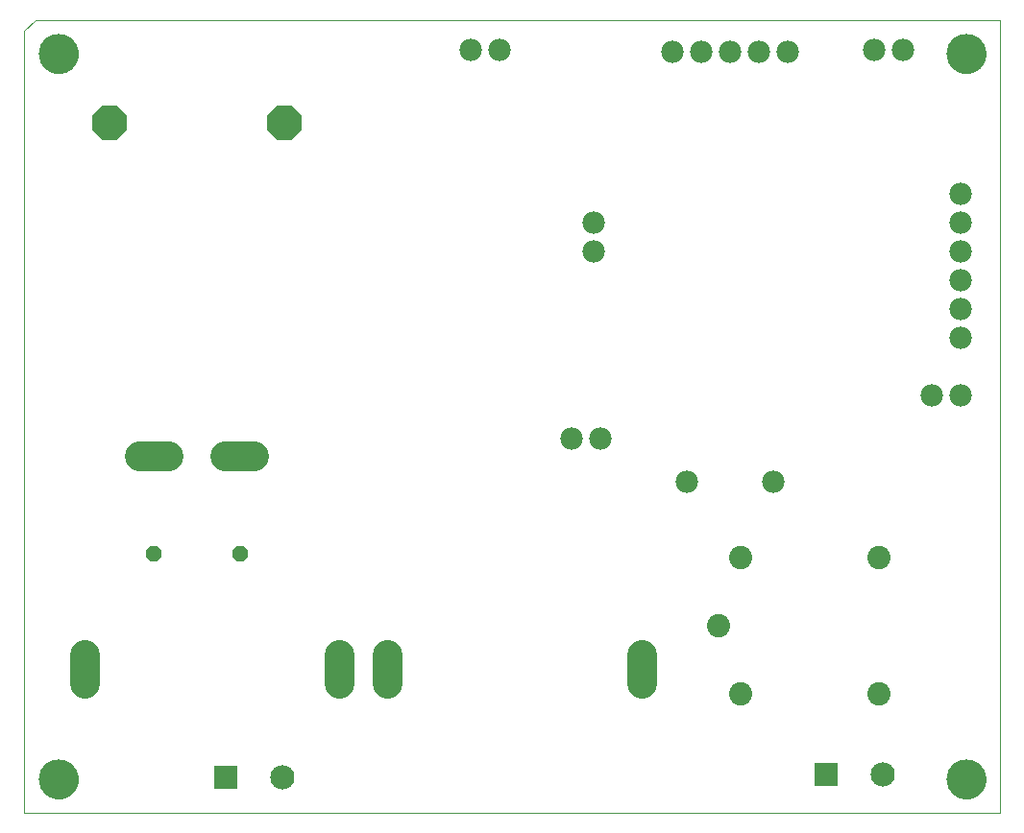
<source format=gbs>
G75*
%MOIN*%
%OFA0B0*%
%FSLAX25Y25*%
%IPPOS*%
%LPD*%
%AMOC8*
5,1,8,0,0,1.08239X$1,22.5*
%
%ADD10C,0.00000*%
%ADD11C,0.13786*%
%ADD12C,0.07800*%
%ADD13C,0.10400*%
%ADD14OC8,0.12211*%
%ADD15R,0.08400X0.08400*%
%ADD16C,0.08400*%
%ADD17C,0.08077*%
%ADD18OC8,0.05600*%
D10*
X0035219Y0001892D02*
X0035219Y0273546D01*
X0039156Y0277483D01*
X0373802Y0277483D01*
X0373802Y0001892D01*
X0035219Y0001892D01*
X0040337Y0013703D02*
X0040339Y0013867D01*
X0040345Y0014031D01*
X0040355Y0014195D01*
X0040369Y0014359D01*
X0040387Y0014522D01*
X0040409Y0014685D01*
X0040436Y0014847D01*
X0040466Y0015009D01*
X0040500Y0015169D01*
X0040538Y0015329D01*
X0040579Y0015488D01*
X0040625Y0015646D01*
X0040675Y0015802D01*
X0040728Y0015958D01*
X0040785Y0016112D01*
X0040846Y0016264D01*
X0040911Y0016415D01*
X0040980Y0016565D01*
X0041052Y0016712D01*
X0041127Y0016858D01*
X0041207Y0017002D01*
X0041289Y0017144D01*
X0041375Y0017284D01*
X0041465Y0017421D01*
X0041558Y0017557D01*
X0041654Y0017690D01*
X0041754Y0017821D01*
X0041856Y0017949D01*
X0041962Y0018075D01*
X0042071Y0018198D01*
X0042183Y0018318D01*
X0042297Y0018436D01*
X0042415Y0018550D01*
X0042535Y0018662D01*
X0042658Y0018771D01*
X0042784Y0018877D01*
X0042912Y0018979D01*
X0043043Y0019079D01*
X0043176Y0019175D01*
X0043312Y0019268D01*
X0043449Y0019358D01*
X0043589Y0019444D01*
X0043731Y0019526D01*
X0043875Y0019606D01*
X0044021Y0019681D01*
X0044168Y0019753D01*
X0044318Y0019822D01*
X0044469Y0019887D01*
X0044621Y0019948D01*
X0044775Y0020005D01*
X0044931Y0020058D01*
X0045087Y0020108D01*
X0045245Y0020154D01*
X0045404Y0020195D01*
X0045564Y0020233D01*
X0045724Y0020267D01*
X0045886Y0020297D01*
X0046048Y0020324D01*
X0046211Y0020346D01*
X0046374Y0020364D01*
X0046538Y0020378D01*
X0046702Y0020388D01*
X0046866Y0020394D01*
X0047030Y0020396D01*
X0047194Y0020394D01*
X0047358Y0020388D01*
X0047522Y0020378D01*
X0047686Y0020364D01*
X0047849Y0020346D01*
X0048012Y0020324D01*
X0048174Y0020297D01*
X0048336Y0020267D01*
X0048496Y0020233D01*
X0048656Y0020195D01*
X0048815Y0020154D01*
X0048973Y0020108D01*
X0049129Y0020058D01*
X0049285Y0020005D01*
X0049439Y0019948D01*
X0049591Y0019887D01*
X0049742Y0019822D01*
X0049892Y0019753D01*
X0050039Y0019681D01*
X0050185Y0019606D01*
X0050329Y0019526D01*
X0050471Y0019444D01*
X0050611Y0019358D01*
X0050748Y0019268D01*
X0050884Y0019175D01*
X0051017Y0019079D01*
X0051148Y0018979D01*
X0051276Y0018877D01*
X0051402Y0018771D01*
X0051525Y0018662D01*
X0051645Y0018550D01*
X0051763Y0018436D01*
X0051877Y0018318D01*
X0051989Y0018198D01*
X0052098Y0018075D01*
X0052204Y0017949D01*
X0052306Y0017821D01*
X0052406Y0017690D01*
X0052502Y0017557D01*
X0052595Y0017421D01*
X0052685Y0017284D01*
X0052771Y0017144D01*
X0052853Y0017002D01*
X0052933Y0016858D01*
X0053008Y0016712D01*
X0053080Y0016565D01*
X0053149Y0016415D01*
X0053214Y0016264D01*
X0053275Y0016112D01*
X0053332Y0015958D01*
X0053385Y0015802D01*
X0053435Y0015646D01*
X0053481Y0015488D01*
X0053522Y0015329D01*
X0053560Y0015169D01*
X0053594Y0015009D01*
X0053624Y0014847D01*
X0053651Y0014685D01*
X0053673Y0014522D01*
X0053691Y0014359D01*
X0053705Y0014195D01*
X0053715Y0014031D01*
X0053721Y0013867D01*
X0053723Y0013703D01*
X0053721Y0013539D01*
X0053715Y0013375D01*
X0053705Y0013211D01*
X0053691Y0013047D01*
X0053673Y0012884D01*
X0053651Y0012721D01*
X0053624Y0012559D01*
X0053594Y0012397D01*
X0053560Y0012237D01*
X0053522Y0012077D01*
X0053481Y0011918D01*
X0053435Y0011760D01*
X0053385Y0011604D01*
X0053332Y0011448D01*
X0053275Y0011294D01*
X0053214Y0011142D01*
X0053149Y0010991D01*
X0053080Y0010841D01*
X0053008Y0010694D01*
X0052933Y0010548D01*
X0052853Y0010404D01*
X0052771Y0010262D01*
X0052685Y0010122D01*
X0052595Y0009985D01*
X0052502Y0009849D01*
X0052406Y0009716D01*
X0052306Y0009585D01*
X0052204Y0009457D01*
X0052098Y0009331D01*
X0051989Y0009208D01*
X0051877Y0009088D01*
X0051763Y0008970D01*
X0051645Y0008856D01*
X0051525Y0008744D01*
X0051402Y0008635D01*
X0051276Y0008529D01*
X0051148Y0008427D01*
X0051017Y0008327D01*
X0050884Y0008231D01*
X0050748Y0008138D01*
X0050611Y0008048D01*
X0050471Y0007962D01*
X0050329Y0007880D01*
X0050185Y0007800D01*
X0050039Y0007725D01*
X0049892Y0007653D01*
X0049742Y0007584D01*
X0049591Y0007519D01*
X0049439Y0007458D01*
X0049285Y0007401D01*
X0049129Y0007348D01*
X0048973Y0007298D01*
X0048815Y0007252D01*
X0048656Y0007211D01*
X0048496Y0007173D01*
X0048336Y0007139D01*
X0048174Y0007109D01*
X0048012Y0007082D01*
X0047849Y0007060D01*
X0047686Y0007042D01*
X0047522Y0007028D01*
X0047358Y0007018D01*
X0047194Y0007012D01*
X0047030Y0007010D01*
X0046866Y0007012D01*
X0046702Y0007018D01*
X0046538Y0007028D01*
X0046374Y0007042D01*
X0046211Y0007060D01*
X0046048Y0007082D01*
X0045886Y0007109D01*
X0045724Y0007139D01*
X0045564Y0007173D01*
X0045404Y0007211D01*
X0045245Y0007252D01*
X0045087Y0007298D01*
X0044931Y0007348D01*
X0044775Y0007401D01*
X0044621Y0007458D01*
X0044469Y0007519D01*
X0044318Y0007584D01*
X0044168Y0007653D01*
X0044021Y0007725D01*
X0043875Y0007800D01*
X0043731Y0007880D01*
X0043589Y0007962D01*
X0043449Y0008048D01*
X0043312Y0008138D01*
X0043176Y0008231D01*
X0043043Y0008327D01*
X0042912Y0008427D01*
X0042784Y0008529D01*
X0042658Y0008635D01*
X0042535Y0008744D01*
X0042415Y0008856D01*
X0042297Y0008970D01*
X0042183Y0009088D01*
X0042071Y0009208D01*
X0041962Y0009331D01*
X0041856Y0009457D01*
X0041754Y0009585D01*
X0041654Y0009716D01*
X0041558Y0009849D01*
X0041465Y0009985D01*
X0041375Y0010122D01*
X0041289Y0010262D01*
X0041207Y0010404D01*
X0041127Y0010548D01*
X0041052Y0010694D01*
X0040980Y0010841D01*
X0040911Y0010991D01*
X0040846Y0011142D01*
X0040785Y0011294D01*
X0040728Y0011448D01*
X0040675Y0011604D01*
X0040625Y0011760D01*
X0040579Y0011918D01*
X0040538Y0012077D01*
X0040500Y0012237D01*
X0040466Y0012397D01*
X0040436Y0012559D01*
X0040409Y0012721D01*
X0040387Y0012884D01*
X0040369Y0013047D01*
X0040355Y0013211D01*
X0040345Y0013375D01*
X0040339Y0013539D01*
X0040337Y0013703D01*
X0355298Y0013703D02*
X0355300Y0013867D01*
X0355306Y0014031D01*
X0355316Y0014195D01*
X0355330Y0014359D01*
X0355348Y0014522D01*
X0355370Y0014685D01*
X0355397Y0014847D01*
X0355427Y0015009D01*
X0355461Y0015169D01*
X0355499Y0015329D01*
X0355540Y0015488D01*
X0355586Y0015646D01*
X0355636Y0015802D01*
X0355689Y0015958D01*
X0355746Y0016112D01*
X0355807Y0016264D01*
X0355872Y0016415D01*
X0355941Y0016565D01*
X0356013Y0016712D01*
X0356088Y0016858D01*
X0356168Y0017002D01*
X0356250Y0017144D01*
X0356336Y0017284D01*
X0356426Y0017421D01*
X0356519Y0017557D01*
X0356615Y0017690D01*
X0356715Y0017821D01*
X0356817Y0017949D01*
X0356923Y0018075D01*
X0357032Y0018198D01*
X0357144Y0018318D01*
X0357258Y0018436D01*
X0357376Y0018550D01*
X0357496Y0018662D01*
X0357619Y0018771D01*
X0357745Y0018877D01*
X0357873Y0018979D01*
X0358004Y0019079D01*
X0358137Y0019175D01*
X0358273Y0019268D01*
X0358410Y0019358D01*
X0358550Y0019444D01*
X0358692Y0019526D01*
X0358836Y0019606D01*
X0358982Y0019681D01*
X0359129Y0019753D01*
X0359279Y0019822D01*
X0359430Y0019887D01*
X0359582Y0019948D01*
X0359736Y0020005D01*
X0359892Y0020058D01*
X0360048Y0020108D01*
X0360206Y0020154D01*
X0360365Y0020195D01*
X0360525Y0020233D01*
X0360685Y0020267D01*
X0360847Y0020297D01*
X0361009Y0020324D01*
X0361172Y0020346D01*
X0361335Y0020364D01*
X0361499Y0020378D01*
X0361663Y0020388D01*
X0361827Y0020394D01*
X0361991Y0020396D01*
X0362155Y0020394D01*
X0362319Y0020388D01*
X0362483Y0020378D01*
X0362647Y0020364D01*
X0362810Y0020346D01*
X0362973Y0020324D01*
X0363135Y0020297D01*
X0363297Y0020267D01*
X0363457Y0020233D01*
X0363617Y0020195D01*
X0363776Y0020154D01*
X0363934Y0020108D01*
X0364090Y0020058D01*
X0364246Y0020005D01*
X0364400Y0019948D01*
X0364552Y0019887D01*
X0364703Y0019822D01*
X0364853Y0019753D01*
X0365000Y0019681D01*
X0365146Y0019606D01*
X0365290Y0019526D01*
X0365432Y0019444D01*
X0365572Y0019358D01*
X0365709Y0019268D01*
X0365845Y0019175D01*
X0365978Y0019079D01*
X0366109Y0018979D01*
X0366237Y0018877D01*
X0366363Y0018771D01*
X0366486Y0018662D01*
X0366606Y0018550D01*
X0366724Y0018436D01*
X0366838Y0018318D01*
X0366950Y0018198D01*
X0367059Y0018075D01*
X0367165Y0017949D01*
X0367267Y0017821D01*
X0367367Y0017690D01*
X0367463Y0017557D01*
X0367556Y0017421D01*
X0367646Y0017284D01*
X0367732Y0017144D01*
X0367814Y0017002D01*
X0367894Y0016858D01*
X0367969Y0016712D01*
X0368041Y0016565D01*
X0368110Y0016415D01*
X0368175Y0016264D01*
X0368236Y0016112D01*
X0368293Y0015958D01*
X0368346Y0015802D01*
X0368396Y0015646D01*
X0368442Y0015488D01*
X0368483Y0015329D01*
X0368521Y0015169D01*
X0368555Y0015009D01*
X0368585Y0014847D01*
X0368612Y0014685D01*
X0368634Y0014522D01*
X0368652Y0014359D01*
X0368666Y0014195D01*
X0368676Y0014031D01*
X0368682Y0013867D01*
X0368684Y0013703D01*
X0368682Y0013539D01*
X0368676Y0013375D01*
X0368666Y0013211D01*
X0368652Y0013047D01*
X0368634Y0012884D01*
X0368612Y0012721D01*
X0368585Y0012559D01*
X0368555Y0012397D01*
X0368521Y0012237D01*
X0368483Y0012077D01*
X0368442Y0011918D01*
X0368396Y0011760D01*
X0368346Y0011604D01*
X0368293Y0011448D01*
X0368236Y0011294D01*
X0368175Y0011142D01*
X0368110Y0010991D01*
X0368041Y0010841D01*
X0367969Y0010694D01*
X0367894Y0010548D01*
X0367814Y0010404D01*
X0367732Y0010262D01*
X0367646Y0010122D01*
X0367556Y0009985D01*
X0367463Y0009849D01*
X0367367Y0009716D01*
X0367267Y0009585D01*
X0367165Y0009457D01*
X0367059Y0009331D01*
X0366950Y0009208D01*
X0366838Y0009088D01*
X0366724Y0008970D01*
X0366606Y0008856D01*
X0366486Y0008744D01*
X0366363Y0008635D01*
X0366237Y0008529D01*
X0366109Y0008427D01*
X0365978Y0008327D01*
X0365845Y0008231D01*
X0365709Y0008138D01*
X0365572Y0008048D01*
X0365432Y0007962D01*
X0365290Y0007880D01*
X0365146Y0007800D01*
X0365000Y0007725D01*
X0364853Y0007653D01*
X0364703Y0007584D01*
X0364552Y0007519D01*
X0364400Y0007458D01*
X0364246Y0007401D01*
X0364090Y0007348D01*
X0363934Y0007298D01*
X0363776Y0007252D01*
X0363617Y0007211D01*
X0363457Y0007173D01*
X0363297Y0007139D01*
X0363135Y0007109D01*
X0362973Y0007082D01*
X0362810Y0007060D01*
X0362647Y0007042D01*
X0362483Y0007028D01*
X0362319Y0007018D01*
X0362155Y0007012D01*
X0361991Y0007010D01*
X0361827Y0007012D01*
X0361663Y0007018D01*
X0361499Y0007028D01*
X0361335Y0007042D01*
X0361172Y0007060D01*
X0361009Y0007082D01*
X0360847Y0007109D01*
X0360685Y0007139D01*
X0360525Y0007173D01*
X0360365Y0007211D01*
X0360206Y0007252D01*
X0360048Y0007298D01*
X0359892Y0007348D01*
X0359736Y0007401D01*
X0359582Y0007458D01*
X0359430Y0007519D01*
X0359279Y0007584D01*
X0359129Y0007653D01*
X0358982Y0007725D01*
X0358836Y0007800D01*
X0358692Y0007880D01*
X0358550Y0007962D01*
X0358410Y0008048D01*
X0358273Y0008138D01*
X0358137Y0008231D01*
X0358004Y0008327D01*
X0357873Y0008427D01*
X0357745Y0008529D01*
X0357619Y0008635D01*
X0357496Y0008744D01*
X0357376Y0008856D01*
X0357258Y0008970D01*
X0357144Y0009088D01*
X0357032Y0009208D01*
X0356923Y0009331D01*
X0356817Y0009457D01*
X0356715Y0009585D01*
X0356615Y0009716D01*
X0356519Y0009849D01*
X0356426Y0009985D01*
X0356336Y0010122D01*
X0356250Y0010262D01*
X0356168Y0010404D01*
X0356088Y0010548D01*
X0356013Y0010694D01*
X0355941Y0010841D01*
X0355872Y0010991D01*
X0355807Y0011142D01*
X0355746Y0011294D01*
X0355689Y0011448D01*
X0355636Y0011604D01*
X0355586Y0011760D01*
X0355540Y0011918D01*
X0355499Y0012077D01*
X0355461Y0012237D01*
X0355427Y0012397D01*
X0355397Y0012559D01*
X0355370Y0012721D01*
X0355348Y0012884D01*
X0355330Y0013047D01*
X0355316Y0013211D01*
X0355306Y0013375D01*
X0355300Y0013539D01*
X0355298Y0013703D01*
X0355298Y0265672D02*
X0355300Y0265836D01*
X0355306Y0266000D01*
X0355316Y0266164D01*
X0355330Y0266328D01*
X0355348Y0266491D01*
X0355370Y0266654D01*
X0355397Y0266816D01*
X0355427Y0266978D01*
X0355461Y0267138D01*
X0355499Y0267298D01*
X0355540Y0267457D01*
X0355586Y0267615D01*
X0355636Y0267771D01*
X0355689Y0267927D01*
X0355746Y0268081D01*
X0355807Y0268233D01*
X0355872Y0268384D01*
X0355941Y0268534D01*
X0356013Y0268681D01*
X0356088Y0268827D01*
X0356168Y0268971D01*
X0356250Y0269113D01*
X0356336Y0269253D01*
X0356426Y0269390D01*
X0356519Y0269526D01*
X0356615Y0269659D01*
X0356715Y0269790D01*
X0356817Y0269918D01*
X0356923Y0270044D01*
X0357032Y0270167D01*
X0357144Y0270287D01*
X0357258Y0270405D01*
X0357376Y0270519D01*
X0357496Y0270631D01*
X0357619Y0270740D01*
X0357745Y0270846D01*
X0357873Y0270948D01*
X0358004Y0271048D01*
X0358137Y0271144D01*
X0358273Y0271237D01*
X0358410Y0271327D01*
X0358550Y0271413D01*
X0358692Y0271495D01*
X0358836Y0271575D01*
X0358982Y0271650D01*
X0359129Y0271722D01*
X0359279Y0271791D01*
X0359430Y0271856D01*
X0359582Y0271917D01*
X0359736Y0271974D01*
X0359892Y0272027D01*
X0360048Y0272077D01*
X0360206Y0272123D01*
X0360365Y0272164D01*
X0360525Y0272202D01*
X0360685Y0272236D01*
X0360847Y0272266D01*
X0361009Y0272293D01*
X0361172Y0272315D01*
X0361335Y0272333D01*
X0361499Y0272347D01*
X0361663Y0272357D01*
X0361827Y0272363D01*
X0361991Y0272365D01*
X0362155Y0272363D01*
X0362319Y0272357D01*
X0362483Y0272347D01*
X0362647Y0272333D01*
X0362810Y0272315D01*
X0362973Y0272293D01*
X0363135Y0272266D01*
X0363297Y0272236D01*
X0363457Y0272202D01*
X0363617Y0272164D01*
X0363776Y0272123D01*
X0363934Y0272077D01*
X0364090Y0272027D01*
X0364246Y0271974D01*
X0364400Y0271917D01*
X0364552Y0271856D01*
X0364703Y0271791D01*
X0364853Y0271722D01*
X0365000Y0271650D01*
X0365146Y0271575D01*
X0365290Y0271495D01*
X0365432Y0271413D01*
X0365572Y0271327D01*
X0365709Y0271237D01*
X0365845Y0271144D01*
X0365978Y0271048D01*
X0366109Y0270948D01*
X0366237Y0270846D01*
X0366363Y0270740D01*
X0366486Y0270631D01*
X0366606Y0270519D01*
X0366724Y0270405D01*
X0366838Y0270287D01*
X0366950Y0270167D01*
X0367059Y0270044D01*
X0367165Y0269918D01*
X0367267Y0269790D01*
X0367367Y0269659D01*
X0367463Y0269526D01*
X0367556Y0269390D01*
X0367646Y0269253D01*
X0367732Y0269113D01*
X0367814Y0268971D01*
X0367894Y0268827D01*
X0367969Y0268681D01*
X0368041Y0268534D01*
X0368110Y0268384D01*
X0368175Y0268233D01*
X0368236Y0268081D01*
X0368293Y0267927D01*
X0368346Y0267771D01*
X0368396Y0267615D01*
X0368442Y0267457D01*
X0368483Y0267298D01*
X0368521Y0267138D01*
X0368555Y0266978D01*
X0368585Y0266816D01*
X0368612Y0266654D01*
X0368634Y0266491D01*
X0368652Y0266328D01*
X0368666Y0266164D01*
X0368676Y0266000D01*
X0368682Y0265836D01*
X0368684Y0265672D01*
X0368682Y0265508D01*
X0368676Y0265344D01*
X0368666Y0265180D01*
X0368652Y0265016D01*
X0368634Y0264853D01*
X0368612Y0264690D01*
X0368585Y0264528D01*
X0368555Y0264366D01*
X0368521Y0264206D01*
X0368483Y0264046D01*
X0368442Y0263887D01*
X0368396Y0263729D01*
X0368346Y0263573D01*
X0368293Y0263417D01*
X0368236Y0263263D01*
X0368175Y0263111D01*
X0368110Y0262960D01*
X0368041Y0262810D01*
X0367969Y0262663D01*
X0367894Y0262517D01*
X0367814Y0262373D01*
X0367732Y0262231D01*
X0367646Y0262091D01*
X0367556Y0261954D01*
X0367463Y0261818D01*
X0367367Y0261685D01*
X0367267Y0261554D01*
X0367165Y0261426D01*
X0367059Y0261300D01*
X0366950Y0261177D01*
X0366838Y0261057D01*
X0366724Y0260939D01*
X0366606Y0260825D01*
X0366486Y0260713D01*
X0366363Y0260604D01*
X0366237Y0260498D01*
X0366109Y0260396D01*
X0365978Y0260296D01*
X0365845Y0260200D01*
X0365709Y0260107D01*
X0365572Y0260017D01*
X0365432Y0259931D01*
X0365290Y0259849D01*
X0365146Y0259769D01*
X0365000Y0259694D01*
X0364853Y0259622D01*
X0364703Y0259553D01*
X0364552Y0259488D01*
X0364400Y0259427D01*
X0364246Y0259370D01*
X0364090Y0259317D01*
X0363934Y0259267D01*
X0363776Y0259221D01*
X0363617Y0259180D01*
X0363457Y0259142D01*
X0363297Y0259108D01*
X0363135Y0259078D01*
X0362973Y0259051D01*
X0362810Y0259029D01*
X0362647Y0259011D01*
X0362483Y0258997D01*
X0362319Y0258987D01*
X0362155Y0258981D01*
X0361991Y0258979D01*
X0361827Y0258981D01*
X0361663Y0258987D01*
X0361499Y0258997D01*
X0361335Y0259011D01*
X0361172Y0259029D01*
X0361009Y0259051D01*
X0360847Y0259078D01*
X0360685Y0259108D01*
X0360525Y0259142D01*
X0360365Y0259180D01*
X0360206Y0259221D01*
X0360048Y0259267D01*
X0359892Y0259317D01*
X0359736Y0259370D01*
X0359582Y0259427D01*
X0359430Y0259488D01*
X0359279Y0259553D01*
X0359129Y0259622D01*
X0358982Y0259694D01*
X0358836Y0259769D01*
X0358692Y0259849D01*
X0358550Y0259931D01*
X0358410Y0260017D01*
X0358273Y0260107D01*
X0358137Y0260200D01*
X0358004Y0260296D01*
X0357873Y0260396D01*
X0357745Y0260498D01*
X0357619Y0260604D01*
X0357496Y0260713D01*
X0357376Y0260825D01*
X0357258Y0260939D01*
X0357144Y0261057D01*
X0357032Y0261177D01*
X0356923Y0261300D01*
X0356817Y0261426D01*
X0356715Y0261554D01*
X0356615Y0261685D01*
X0356519Y0261818D01*
X0356426Y0261954D01*
X0356336Y0262091D01*
X0356250Y0262231D01*
X0356168Y0262373D01*
X0356088Y0262517D01*
X0356013Y0262663D01*
X0355941Y0262810D01*
X0355872Y0262960D01*
X0355807Y0263111D01*
X0355746Y0263263D01*
X0355689Y0263417D01*
X0355636Y0263573D01*
X0355586Y0263729D01*
X0355540Y0263887D01*
X0355499Y0264046D01*
X0355461Y0264206D01*
X0355427Y0264366D01*
X0355397Y0264528D01*
X0355370Y0264690D01*
X0355348Y0264853D01*
X0355330Y0265016D01*
X0355316Y0265180D01*
X0355306Y0265344D01*
X0355300Y0265508D01*
X0355298Y0265672D01*
X0040337Y0265672D02*
X0040339Y0265836D01*
X0040345Y0266000D01*
X0040355Y0266164D01*
X0040369Y0266328D01*
X0040387Y0266491D01*
X0040409Y0266654D01*
X0040436Y0266816D01*
X0040466Y0266978D01*
X0040500Y0267138D01*
X0040538Y0267298D01*
X0040579Y0267457D01*
X0040625Y0267615D01*
X0040675Y0267771D01*
X0040728Y0267927D01*
X0040785Y0268081D01*
X0040846Y0268233D01*
X0040911Y0268384D01*
X0040980Y0268534D01*
X0041052Y0268681D01*
X0041127Y0268827D01*
X0041207Y0268971D01*
X0041289Y0269113D01*
X0041375Y0269253D01*
X0041465Y0269390D01*
X0041558Y0269526D01*
X0041654Y0269659D01*
X0041754Y0269790D01*
X0041856Y0269918D01*
X0041962Y0270044D01*
X0042071Y0270167D01*
X0042183Y0270287D01*
X0042297Y0270405D01*
X0042415Y0270519D01*
X0042535Y0270631D01*
X0042658Y0270740D01*
X0042784Y0270846D01*
X0042912Y0270948D01*
X0043043Y0271048D01*
X0043176Y0271144D01*
X0043312Y0271237D01*
X0043449Y0271327D01*
X0043589Y0271413D01*
X0043731Y0271495D01*
X0043875Y0271575D01*
X0044021Y0271650D01*
X0044168Y0271722D01*
X0044318Y0271791D01*
X0044469Y0271856D01*
X0044621Y0271917D01*
X0044775Y0271974D01*
X0044931Y0272027D01*
X0045087Y0272077D01*
X0045245Y0272123D01*
X0045404Y0272164D01*
X0045564Y0272202D01*
X0045724Y0272236D01*
X0045886Y0272266D01*
X0046048Y0272293D01*
X0046211Y0272315D01*
X0046374Y0272333D01*
X0046538Y0272347D01*
X0046702Y0272357D01*
X0046866Y0272363D01*
X0047030Y0272365D01*
X0047194Y0272363D01*
X0047358Y0272357D01*
X0047522Y0272347D01*
X0047686Y0272333D01*
X0047849Y0272315D01*
X0048012Y0272293D01*
X0048174Y0272266D01*
X0048336Y0272236D01*
X0048496Y0272202D01*
X0048656Y0272164D01*
X0048815Y0272123D01*
X0048973Y0272077D01*
X0049129Y0272027D01*
X0049285Y0271974D01*
X0049439Y0271917D01*
X0049591Y0271856D01*
X0049742Y0271791D01*
X0049892Y0271722D01*
X0050039Y0271650D01*
X0050185Y0271575D01*
X0050329Y0271495D01*
X0050471Y0271413D01*
X0050611Y0271327D01*
X0050748Y0271237D01*
X0050884Y0271144D01*
X0051017Y0271048D01*
X0051148Y0270948D01*
X0051276Y0270846D01*
X0051402Y0270740D01*
X0051525Y0270631D01*
X0051645Y0270519D01*
X0051763Y0270405D01*
X0051877Y0270287D01*
X0051989Y0270167D01*
X0052098Y0270044D01*
X0052204Y0269918D01*
X0052306Y0269790D01*
X0052406Y0269659D01*
X0052502Y0269526D01*
X0052595Y0269390D01*
X0052685Y0269253D01*
X0052771Y0269113D01*
X0052853Y0268971D01*
X0052933Y0268827D01*
X0053008Y0268681D01*
X0053080Y0268534D01*
X0053149Y0268384D01*
X0053214Y0268233D01*
X0053275Y0268081D01*
X0053332Y0267927D01*
X0053385Y0267771D01*
X0053435Y0267615D01*
X0053481Y0267457D01*
X0053522Y0267298D01*
X0053560Y0267138D01*
X0053594Y0266978D01*
X0053624Y0266816D01*
X0053651Y0266654D01*
X0053673Y0266491D01*
X0053691Y0266328D01*
X0053705Y0266164D01*
X0053715Y0266000D01*
X0053721Y0265836D01*
X0053723Y0265672D01*
X0053721Y0265508D01*
X0053715Y0265344D01*
X0053705Y0265180D01*
X0053691Y0265016D01*
X0053673Y0264853D01*
X0053651Y0264690D01*
X0053624Y0264528D01*
X0053594Y0264366D01*
X0053560Y0264206D01*
X0053522Y0264046D01*
X0053481Y0263887D01*
X0053435Y0263729D01*
X0053385Y0263573D01*
X0053332Y0263417D01*
X0053275Y0263263D01*
X0053214Y0263111D01*
X0053149Y0262960D01*
X0053080Y0262810D01*
X0053008Y0262663D01*
X0052933Y0262517D01*
X0052853Y0262373D01*
X0052771Y0262231D01*
X0052685Y0262091D01*
X0052595Y0261954D01*
X0052502Y0261818D01*
X0052406Y0261685D01*
X0052306Y0261554D01*
X0052204Y0261426D01*
X0052098Y0261300D01*
X0051989Y0261177D01*
X0051877Y0261057D01*
X0051763Y0260939D01*
X0051645Y0260825D01*
X0051525Y0260713D01*
X0051402Y0260604D01*
X0051276Y0260498D01*
X0051148Y0260396D01*
X0051017Y0260296D01*
X0050884Y0260200D01*
X0050748Y0260107D01*
X0050611Y0260017D01*
X0050471Y0259931D01*
X0050329Y0259849D01*
X0050185Y0259769D01*
X0050039Y0259694D01*
X0049892Y0259622D01*
X0049742Y0259553D01*
X0049591Y0259488D01*
X0049439Y0259427D01*
X0049285Y0259370D01*
X0049129Y0259317D01*
X0048973Y0259267D01*
X0048815Y0259221D01*
X0048656Y0259180D01*
X0048496Y0259142D01*
X0048336Y0259108D01*
X0048174Y0259078D01*
X0048012Y0259051D01*
X0047849Y0259029D01*
X0047686Y0259011D01*
X0047522Y0258997D01*
X0047358Y0258987D01*
X0047194Y0258981D01*
X0047030Y0258979D01*
X0046866Y0258981D01*
X0046702Y0258987D01*
X0046538Y0258997D01*
X0046374Y0259011D01*
X0046211Y0259029D01*
X0046048Y0259051D01*
X0045886Y0259078D01*
X0045724Y0259108D01*
X0045564Y0259142D01*
X0045404Y0259180D01*
X0045245Y0259221D01*
X0045087Y0259267D01*
X0044931Y0259317D01*
X0044775Y0259370D01*
X0044621Y0259427D01*
X0044469Y0259488D01*
X0044318Y0259553D01*
X0044168Y0259622D01*
X0044021Y0259694D01*
X0043875Y0259769D01*
X0043731Y0259849D01*
X0043589Y0259931D01*
X0043449Y0260017D01*
X0043312Y0260107D01*
X0043176Y0260200D01*
X0043043Y0260296D01*
X0042912Y0260396D01*
X0042784Y0260498D01*
X0042658Y0260604D01*
X0042535Y0260713D01*
X0042415Y0260825D01*
X0042297Y0260939D01*
X0042183Y0261057D01*
X0042071Y0261177D01*
X0041962Y0261300D01*
X0041856Y0261426D01*
X0041754Y0261554D01*
X0041654Y0261685D01*
X0041558Y0261818D01*
X0041465Y0261954D01*
X0041375Y0262091D01*
X0041289Y0262231D01*
X0041207Y0262373D01*
X0041127Y0262517D01*
X0041052Y0262663D01*
X0040980Y0262810D01*
X0040911Y0262960D01*
X0040846Y0263111D01*
X0040785Y0263263D01*
X0040728Y0263417D01*
X0040675Y0263573D01*
X0040625Y0263729D01*
X0040579Y0263887D01*
X0040538Y0264046D01*
X0040500Y0264206D01*
X0040466Y0264366D01*
X0040436Y0264528D01*
X0040409Y0264690D01*
X0040387Y0264853D01*
X0040369Y0265016D01*
X0040355Y0265180D01*
X0040345Y0265344D01*
X0040339Y0265508D01*
X0040337Y0265672D01*
D11*
X0047030Y0265672D03*
X0361991Y0265672D03*
X0361991Y0013703D03*
X0047030Y0013703D03*
D12*
X0225219Y0131892D03*
X0235219Y0131892D03*
X0265219Y0116892D03*
X0295219Y0116892D03*
X0350219Y0146892D03*
X0360219Y0146892D03*
X0360219Y0166892D03*
X0360219Y0176892D03*
X0360219Y0186892D03*
X0360219Y0196892D03*
X0360219Y0206892D03*
X0360219Y0216892D03*
X0300219Y0266390D03*
X0290219Y0266390D03*
X0280219Y0266390D03*
X0270219Y0266390D03*
X0260219Y0266390D03*
X0200219Y0266892D03*
X0190219Y0266892D03*
X0232719Y0206892D03*
X0232719Y0196892D03*
X0330219Y0266892D03*
X0340219Y0266892D03*
D13*
X0114825Y0125947D02*
X0104825Y0125947D01*
X0085140Y0125947D02*
X0075140Y0125947D01*
X0055919Y0056892D02*
X0055919Y0046892D01*
X0144519Y0046892D02*
X0144519Y0056892D01*
X0160919Y0056892D02*
X0160919Y0046892D01*
X0249519Y0046892D02*
X0249519Y0056892D01*
D14*
X0125298Y0241695D03*
X0064668Y0241695D03*
D15*
X0105219Y0014392D03*
X0313469Y0015392D03*
D16*
X0333154Y0015392D03*
X0124904Y0014392D03*
D17*
X0275967Y0066892D03*
X0283841Y0043270D03*
X0331872Y0043270D03*
X0331872Y0090514D03*
X0283841Y0090514D03*
D18*
X0110219Y0091892D03*
X0080219Y0091892D03*
M02*

</source>
